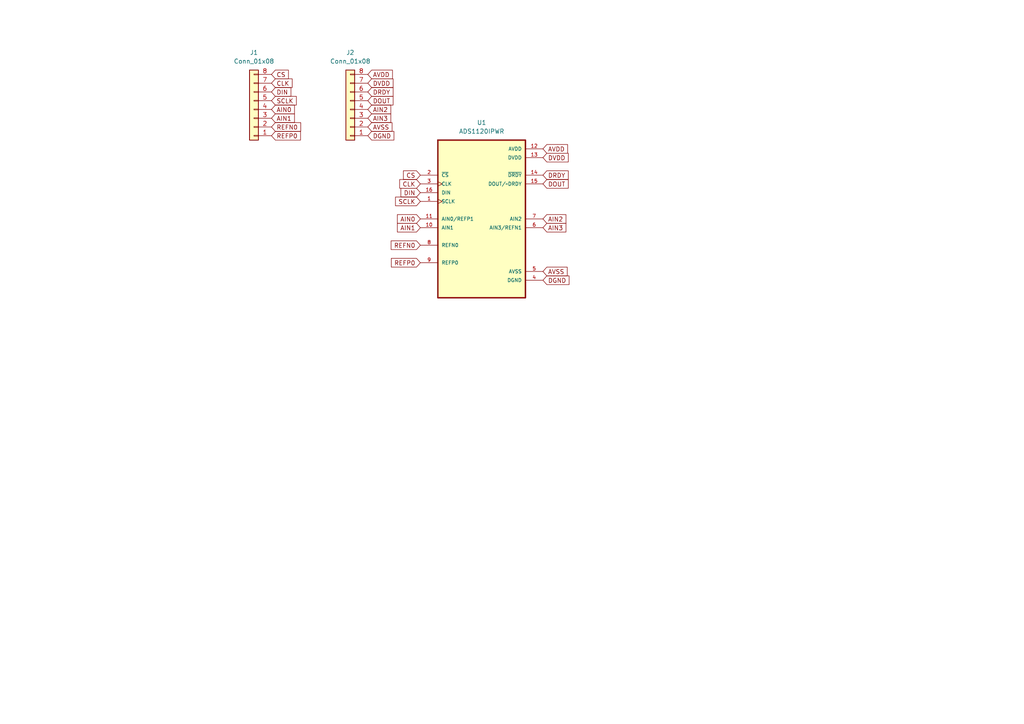
<source format=kicad_sch>
(kicad_sch (version 20250114) (generator "eeschema") (generator_version "9.0")
  (paper "A4")
  (lib_symbols
    (symbol "Connector_Generic:Conn_01x08" (pin_names (offset 1.016) (hide yes))
      (property "Reference" "J" (at 0 10.16 0))
      (property "Value" "Conn_01x08" (at 0 -12.7 0))
      (symbol "Conn_01x08_1_1"
        (rectangle (start -1.27 8.89) (end 1.27 -11.43) (stroke (width 0.254)) (fill (type background)))
        (rectangle (start -1.27 7.747) (end 0 7.493) (stroke (width 0.1524)))
        (rectangle (start -1.27 5.207) (end 0 4.953) (stroke (width 0.1524)))
        (rectangle (start -1.27 2.667) (end 0 2.413) (stroke (width 0.1524)))
        (rectangle (start -1.27 0.127) (end 0 -0.127) (stroke (width 0.1524)))
        (rectangle (start -1.27 -2.413) (end 0 -2.667) (stroke (width 0.1524)))
        (rectangle (start -1.27 -4.953) (end 0 -5.207) (stroke (width 0.1524)))
        (rectangle (start -1.27 -7.493) (end 0 -7.747) (stroke (width 0.1524)))
        (rectangle (start -1.27 -10.033) (end 0 -10.287) (stroke (width 0.1524)))
        (pin passive line (at -5.08 7.62 0) (length 3.81) (name "Pin_1") (number "1"))
        (pin passive line (at -5.08 5.08 0) (length 3.81) (name "Pin_2") (number "2"))
        (pin passive line (at -5.08 2.54 0) (length 3.81) (name "Pin_3") (number "3"))
        (pin passive line (at -5.08 0 0) (length 3.81) (name "Pin_4") (number "4"))
        (pin passive line (at -5.08 -2.54 0) (length 3.81) (name "Pin_5") (number "5"))
        (pin passive line (at -5.08 -5.08 0) (length 3.81) (name "Pin_6") (number "6"))
        (pin passive line (at -5.08 -7.62 0) (length 3.81) (name "Pin_7") (number "7"))
        (pin passive line (at -5.08 -10.16 0) (length 3.81) (name "Pin_8") (number "8"))
      )
    )
    (symbol "wsg_lib:ADS1120IPWR" (pin_names (offset 1.016))
      (property "Reference" "U" (at -12.7 23.86 0))
      (property "Value" "ADS1120IPWR" (at -12.7 -26.86 0))
      (symbol "ADS1120IPWR_0_0"
        (rectangle (start -12.7 22.86) (end 12.7 -22.86) (stroke (width 0.41)) (fill (type background)))
        (pin input line (at -17.78 12.7 0) (length 5.08) (name "~{CS}") (number "2"))
        (pin input clock (at -17.78 10.16 0) (length 5.08) (name "CLK") (number "3"))
        (pin input line (at -17.78 7.62 0) (length 5.08) (name "DIN") (number "16"))
        (pin input clock (at -17.78 5.08 0) (length 5.08) (name "SCLK") (number "1"))
        (pin bidirectional line (at -17.78 0 0) (length 5.08) (name "AIN0/REFP1") (number "11"))
        (pin bidirectional line (at -17.78 -2.54 0) (length 5.08) (name "AIN1") (number "10"))
        (pin bidirectional line (at -17.78 -7.62 0) (length 5.08) (name "REFN0") (number "8"))
        (pin bidirectional line (at -17.78 -12.7 0) (length 5.08) (name "REFP0") (number "9"))
        (pin power_in line (at 17.78 20.32 180) (length 5.08) (name "AVDD") (number "12"))
        (pin power_in line (at 17.78 17.78 180) (length 5.08) (name "DVDD") (number "13"))
        (pin output line (at 17.78 12.7 180) (length 5.08) (name "~{DRDY}") (number "14"))
        (pin output line (at 17.78 10.16 180) (length 5.08) (name "DOUT/~DRDY") (number "15"))
        (pin bidirectional line (at 17.78 0 180) (length 5.08) (name "AIN2") (number "7"))
        (pin bidirectional line (at 17.78 -2.54 180) (length 5.08) (name "AIN3/REFN1") (number "6"))
        (pin power_in line (at 17.78 -15.24 180) (length 5.08) (name "AVSS") (number "5"))
        (pin power_in line (at 17.78 -17.78 180) (length 5.08) (name "DGND") (number "4"))
      )
    )
  )
  (global_label "AIN1" (shape input) (at 121.92 66.04 180) (property "Intersheetrefs" "${INTERSHEET_REFS}" (effects (hide yes))))
  (global_label "AVSS" (shape input) (at 157.48 78.74 0) (property "Intersheetrefs" "${INTERSHEET_REFS}" (effects (hide yes))))
  (global_label "CLK" (shape input) (at 121.92 53.34 180) (property "Intersheetrefs" "${INTERSHEET_REFS}" (effects (hide yes))))
  (global_label "SCLK" (shape input) (at 78.74 29.21 0) (property "Intersheetrefs" "${INTERSHEET_REFS}" (effects (hide yes))))
  (global_label "DIN" (shape input) (at 121.92 55.88 180) (property "Intersheetrefs" "${INTERSHEET_REFS}" (effects (hide yes))))
  (global_label "AIN0" (shape input) (at 121.92 63.5 180) (property "Intersheetrefs" "${INTERSHEET_REFS}" (effects (hide yes))))
  (global_label "AIN1" (shape input) (at 78.74 34.29 0) (property "Intersheetrefs" "${INTERSHEET_REFS}" (effects (hide yes))))
  (global_label "CLK" (shape input) (at 78.74 24.13 0) (property "Intersheetrefs" "${INTERSHEET_REFS}" (effects (hide yes))))
  (global_label "AIN0" (shape input) (at 78.74 31.75 0) (property "Intersheetrefs" "${INTERSHEET_REFS}" (effects (hide yes))))
  (global_label "REFP0" (shape input) (at 121.92 76.2 180) (property "Intersheetrefs" "${INTERSHEET_REFS}" (effects (hide yes))))
  (global_label "REFP0" (shape input) (at 78.74 39.37 0) (property "Intersheetrefs" "${INTERSHEET_REFS}" (effects (hide yes))))
  (global_label "AIN2" (shape input) (at 106.68 31.75 0) (property "Intersheetrefs" "${INTERSHEET_REFS}" (effects (hide yes))))
  (global_label "DRDY" (shape input) (at 106.68 26.67 0) (property "Intersheetrefs" "${INTERSHEET_REFS}" (effects (hide yes))))
  (global_label "DVDD" (shape input) (at 157.48 45.72 0) (property "Intersheetrefs" "${INTERSHEET_REFS}" (effects (hide yes))))
  (global_label "DRDY" (shape input) (at 157.48 50.8 0) (property "Intersheetrefs" "${INTERSHEET_REFS}" (effects (hide yes))))
  (global_label "DIN" (shape input) (at 78.74 26.67 0) (property "Intersheetrefs" "${INTERSHEET_REFS}" (effects (hide yes))))
  (global_label "DVDD" (shape input) (at 106.68 24.13 0) (property "Intersheetrefs" "${INTERSHEET_REFS}" (effects (hide yes))))
  (global_label "SCLK" (shape input) (at 121.92 58.42 180) (property "Intersheetrefs" "${INTERSHEET_REFS}" (effects (hide yes))))
  (global_label "DGND" (shape input) (at 106.68 39.37 0) (property "Intersheetrefs" "${INTERSHEET_REFS}" (effects (hide yes))))
  (global_label "DGND" (shape input) (at 157.48 81.28 0) (property "Intersheetrefs" "${INTERSHEET_REFS}" (effects (hide yes))))
  (global_label "CS" (shape input) (at 78.74 21.59 0) (property "Intersheetrefs" "${INTERSHEET_REFS}" (effects (hide yes))))
  (global_label "AIN3" (shape input) (at 157.48 66.04 0) (property "Intersheetrefs" "${INTERSHEET_REFS}" (effects (hide yes))))
  (global_label "AVDD" (shape input) (at 106.68 21.59 0) (property "Intersheetrefs" "${INTERSHEET_REFS}" (effects (hide yes))))
  (global_label "AVSS" (shape input) (at 106.68 36.83 0) (property "Intersheetrefs" "${INTERSHEET_REFS}" (effects (hide yes))))
  (global_label "CS" (shape input) (at 121.92 50.8 180) (property "Intersheetrefs" "${INTERSHEET_REFS}" (effects (hide yes))))
  (global_label "REFN0" (shape input) (at 121.92 71.12 180) (property "Intersheetrefs" "${INTERSHEET_REFS}" (effects (hide yes))))
  (global_label "AVDD" (shape input) (at 157.48 43.18 0) (property "Intersheetrefs" "${INTERSHEET_REFS}" (effects (hide yes))))
  (global_label "DOUT" (shape input) (at 106.68 29.21 0) (property "Intersheetrefs" "${INTERSHEET_REFS}" (effects (hide yes))))
  (global_label "AIN2" (shape input) (at 157.48 63.5 0) (property "Intersheetrefs" "${INTERSHEET_REFS}" (effects (hide yes))))
  (global_label "DOUT" (shape input) (at 157.48 53.34 0) (property "Intersheetrefs" "${INTERSHEET_REFS}" (effects (hide yes))))
  (global_label "AIN3" (shape input) (at 106.68 34.29 0) (property "Intersheetrefs" "${INTERSHEET_REFS}" (effects (hide yes))))
  (global_label "REFN0" (shape input) (at 78.74 36.83 0) (property "Intersheetrefs" "${INTERSHEET_REFS}" (effects (hide yes))))
  (symbol (lib_id "Connector_Generic:Conn_01x08") (at 73.66 31.75 180) (unit 1)
    (property "Reference" "J1" (at 73.66 15.24 0))
    (property "Value" "Conn_01x08" (at 73.66 17.78 0))
    (property "Description" "Generic connector, single row, 01x08, script generated (kicad-library-utils/schlib/autogen/connector/)" (effects (hide yes)))
  )
  (symbol (lib_id "Connector_Generic:Conn_01x08") (at 101.6 31.75 180) (unit 1)
    (property "Reference" "J2" (at 101.6 15.24 0))
    (property "Value" "Conn_01x08" (at 101.6 17.78 0))
    (property "Description" "Generic connector, single row, 01x08, script generated (kicad-library-utils/schlib/autogen/connector/)" (effects (hide yes)))
  )
  (symbol (lib_id "wsg_lib:ADS1120IPWR") (at 139.7 63.5 0) (unit 1)
    (property "Reference" "U1" (at 139.7 35.56 0))
    (property "Value" "ADS1120IPWR" (at 139.7 38.1 0))
    (property "Footprint" "ADS1120IPWR:SOP65P640X120-16N" (effects (hide yes)))
  )
)
</source>
